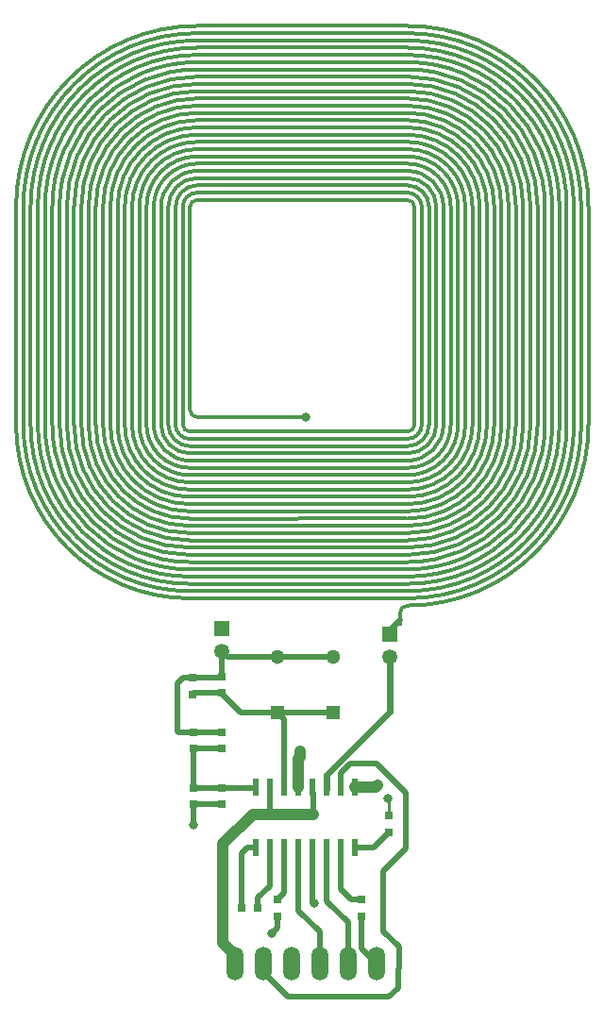
<source format=gtl>
G04 #@! TF.GenerationSoftware,KiCad,Pcbnew,(2017-06-12 revision 19d5cc754)-master*
G04 #@! TF.CreationDate,2018-05-15T00:46:58+02:00*
G04 #@! TF.ProjectId,RFID_BOARD_EM4095,524649445F424F4152445F454D343039,rev?*
G04 #@! TF.FileFunction,Copper,L1,Top,Signal*
G04 #@! TF.FilePolarity,Positive*
%FSLAX46Y46*%
G04 Gerber Fmt 4.6, Leading zero omitted, Abs format (unit mm)*
G04 Created by KiCad (PCBNEW (2017-06-12 revision 19d5cc754)-master) date 2018 May 15, Tuesday 00:46:58*
%MOMM*%
%LPD*%
G01*
G04 APERTURE LIST*
%ADD10C,0.100000*%
%ADD11C,0.300000*%
%ADD12R,0.750000X0.800000*%
%ADD13R,0.300000X1.000000*%
%ADD14R,1.000000X0.300000*%
%ADD15C,1.300000*%
%ADD16R,1.300000X1.300000*%
%ADD17O,1.506220X3.014980*%
%ADD18R,1.350000X1.350000*%
%ADD19C,1.350000*%
%ADD20R,0.800000X0.750000*%
%ADD21R,0.600000X1.500000*%
%ADD22C,1.000000*%
%ADD23C,0.800000*%
%ADD24C,1.000000*%
%ADD25C,0.500000*%
%ADD26C,0.250000*%
%ADD27C,0.600000*%
G04 APERTURE END LIST*
D10*
D11*
X182900000Y-53650000D02*
X182900000Y-73150000D01*
X182250000Y-53650000D02*
X182250000Y-73150000D01*
X181600000Y-53650000D02*
X181600000Y-73150000D01*
X180300000Y-53650000D02*
X180300000Y-73150000D01*
X179000000Y-53650000D02*
X179000000Y-73150000D01*
X178350000Y-53650000D02*
X178350000Y-73150000D01*
X180950000Y-53650000D02*
X180950000Y-73150000D01*
X179650000Y-53650000D02*
X179650000Y-73150000D01*
X176400000Y-53650000D02*
X176400000Y-73150000D01*
X174450000Y-53650000D02*
X174450000Y-73150000D01*
X175100000Y-53650000D02*
X175100000Y-73150000D01*
X175750000Y-53650000D02*
X175750000Y-73150000D01*
X173800000Y-53650000D02*
X173800000Y-73150000D01*
X173150000Y-53650000D02*
X173150000Y-73150000D01*
X177700000Y-53650000D02*
X177700000Y-73150000D01*
X177050000Y-53650000D02*
X177050000Y-73150000D01*
X172500000Y-53650000D02*
X172500000Y-73150000D01*
X169900000Y-53650000D02*
X169900000Y-73150000D01*
X171200000Y-53650000D02*
X171200000Y-73150000D01*
X170550000Y-53650000D02*
X170550000Y-73150000D01*
X168600000Y-53650000D02*
X168600000Y-73150000D01*
X167950000Y-53650000D02*
X167950000Y-73150000D01*
X171850000Y-53650000D02*
X171850000Y-73150000D01*
X169250000Y-53650000D02*
X169250000Y-73150000D01*
X167300000Y-53650000D02*
X167300000Y-73150000D01*
X167300000Y-73150000D02*
G75*
G02X166650000Y-73800000I-650000J0D01*
G01*
X167950000Y-73150000D02*
G75*
G02X166650000Y-74450000I-1300000J0D01*
G01*
X168600000Y-73150000D02*
G75*
G02X166650000Y-75100000I-1950000J0D01*
G01*
X169250000Y-73150000D02*
G75*
G02X166650000Y-75750000I-2600000J0D01*
G01*
X169900000Y-73150000D02*
G75*
G02X166650000Y-76400000I-3250000J0D01*
G01*
X170550000Y-73150000D02*
G75*
G02X166650000Y-77050000I-3900000J0D01*
G01*
X171200000Y-73150000D02*
G75*
G02X166650000Y-77700000I-4550000J0D01*
G01*
X171850000Y-73150000D02*
G75*
G02X166650000Y-78350000I-5200000J0D01*
G01*
X172500000Y-73150000D02*
G75*
G02X166650000Y-79000000I-5850000J0D01*
G01*
X173150000Y-73150000D02*
G75*
G02X166650000Y-79650000I-6500000J0D01*
G01*
X173800000Y-73150000D02*
G75*
G02X166650000Y-80300000I-7150000J0D01*
G01*
X174450000Y-73150000D02*
G75*
G02X166650000Y-80950000I-7800000J0D01*
G01*
X175100000Y-73150000D02*
G75*
G02X166650000Y-81600000I-8450000J0D01*
G01*
X175750000Y-73150000D02*
G75*
G02X166650000Y-82250000I-9100000J0D01*
G01*
X176400000Y-73150000D02*
G75*
G02X166650000Y-82900000I-9750000J0D01*
G01*
X177050000Y-73150000D02*
G75*
G02X166650000Y-83550000I-10400000J0D01*
G01*
X177700000Y-73150000D02*
G75*
G02X166650000Y-84200000I-11050000J0D01*
G01*
X178350000Y-73150000D02*
G75*
G02X166650000Y-84850000I-11700000J0D01*
G01*
X179000000Y-73150000D02*
G75*
G02X166650000Y-85500000I-12350000J0D01*
G01*
X179650000Y-73150000D02*
G75*
G02X166650000Y-86150000I-13000000J0D01*
G01*
X180300000Y-73150000D02*
G75*
G02X166650000Y-86800000I-13650000J0D01*
G01*
X180950000Y-73150000D02*
G75*
G02X166650000Y-87450000I-14300000J0D01*
G01*
X181600000Y-73150000D02*
G75*
G02X166650000Y-88100000I-14950000J0D01*
G01*
X182250000Y-73150000D02*
G75*
G02X166650000Y-88750000I-15600000J0D01*
G01*
X182900000Y-73150000D02*
G75*
G02X166650000Y-89400000I-16250000J0D01*
G01*
X166650000Y-40650000D02*
G75*
G02X179650000Y-53650000I0J-13000000D01*
G01*
X147800000Y-52350000D02*
X166650000Y-52350000D01*
X166650000Y-46500000D02*
G75*
G02X173800000Y-53650000I0J-7150000D01*
G01*
X147800000Y-40000000D02*
X166650000Y-40000000D01*
X166642446Y-38700000D02*
G75*
G02X181592446Y-53650000I0J-14950000D01*
G01*
X147800000Y-41950000D02*
X166650000Y-41950000D01*
X147800000Y-38700000D02*
X166650000Y-38700000D01*
X147800000Y-39350000D02*
X166650000Y-39350000D01*
X147800000Y-50400000D02*
X166650000Y-50400000D01*
X166650000Y-49750000D02*
G75*
G02X170550000Y-53650000I0J-3900000D01*
G01*
X166650000Y-41300000D02*
G75*
G02X179000000Y-53650000I0J-12350000D01*
G01*
X147800000Y-49750000D02*
X166650000Y-49750000D01*
X166650000Y-39350000D02*
G75*
G02X180950000Y-53650000I0J-14300000D01*
G01*
X147800000Y-51050000D02*
X166650000Y-51050000D01*
X166650000Y-47150000D02*
G75*
G02X173150000Y-53650000I0J-6500000D01*
G01*
X166650000Y-51700000D02*
G75*
G02X168600000Y-53650000I0J-1950000D01*
G01*
X166650000Y-50400000D02*
G75*
G02X169900000Y-53650000I0J-3250000D01*
G01*
X147800000Y-45200000D02*
X166650000Y-45200000D01*
X166650000Y-45200000D02*
G75*
G02X175100000Y-53650000I0J-8450000D01*
G01*
X166650000Y-52350000D02*
G75*
G02X167950000Y-53650000I0J-1300000D01*
G01*
X166650000Y-53000000D02*
G75*
G02X167300000Y-53650000I0J-650000D01*
G01*
X147800000Y-51700000D02*
X166650000Y-51700000D01*
X166650000Y-49100000D02*
G75*
G02X171200000Y-53650000I0J-4550000D01*
G01*
X147800000Y-43250000D02*
X166650000Y-43250000D01*
X147800000Y-42600000D02*
X166650000Y-42600000D01*
X166650000Y-47800000D02*
G75*
G02X172500000Y-53650000I0J-5850000D01*
G01*
X166650000Y-48450000D02*
G75*
G02X171850000Y-53650000I0J-5200000D01*
G01*
X147800000Y-38050000D02*
X166650000Y-38050000D01*
X166650000Y-44550000D02*
G75*
G02X175750000Y-53650000I0J-9100000D01*
G01*
X147800000Y-47800000D02*
X166650000Y-47800000D01*
X166650000Y-45850000D02*
G75*
G02X174450000Y-53650000I0J-7800000D01*
G01*
X166650000Y-41950000D02*
G75*
G02X178350000Y-53650000I0J-11700000D01*
G01*
X147800000Y-40650000D02*
X166650000Y-40650000D01*
X166650000Y-40000000D02*
G75*
G02X180300000Y-53650000I0J-13650000D01*
G01*
X147800000Y-43900000D02*
X166650000Y-43900000D01*
X147800000Y-53000000D02*
X166650000Y-53000000D01*
X147800000Y-37400000D02*
X166650000Y-37400000D01*
X147800000Y-47150000D02*
X166650000Y-47150000D01*
X166650000Y-37400000D02*
G75*
G02X182900000Y-53650000I0J-16250000D01*
G01*
X147800000Y-41300000D02*
X166650000Y-41300000D01*
X166650000Y-42600000D02*
G75*
G02X177700000Y-53650000I0J-11050000D01*
G01*
X166650000Y-43900000D02*
G75*
G02X176400000Y-53650000I0J-9750000D01*
G01*
X147800000Y-48450000D02*
X166650000Y-48450000D01*
X166650000Y-51050000D02*
G75*
G02X169250000Y-53650000I0J-2600000D01*
G01*
X147800000Y-46500000D02*
X166650000Y-46500000D01*
X147800000Y-45850000D02*
X166650000Y-45850000D01*
X147800000Y-49100000D02*
X166650000Y-49100000D01*
X166650000Y-43250000D02*
G75*
G02X177050000Y-53650000I0J-10400000D01*
G01*
X147800000Y-44550000D02*
X166650000Y-44550000D01*
X166650000Y-38050000D02*
G75*
G02X182250000Y-53650000I0J-15600000D01*
G01*
X166650000Y-88100000D02*
X147150000Y-88100000D01*
X147150000Y-80300000D02*
G75*
G02X140000000Y-73150000I0J7150000D01*
G01*
X166650000Y-77700000D02*
X147150000Y-77700000D01*
X147150000Y-77700000D02*
G75*
G02X142600000Y-73150000I0J4550000D01*
G01*
X166650000Y-84850000D02*
X147150000Y-84850000D01*
X166650000Y-86150000D02*
X147150000Y-86150000D01*
X166650000Y-85500000D02*
X147150000Y-85500000D01*
X147150000Y-74450000D02*
G75*
G02X145850000Y-73150000I0J1300000D01*
G01*
X166650000Y-79000000D02*
X147150000Y-79000000D01*
X166650000Y-75100000D02*
X147150000Y-75100000D01*
X147150000Y-84200000D02*
G75*
G02X136100000Y-73150000I0J11050000D01*
G01*
X147150000Y-77050000D02*
G75*
G02X143250000Y-73150000I0J3900000D01*
G01*
X166650000Y-73800000D02*
X147150000Y-73800000D01*
X147150000Y-73800000D02*
G75*
G02X146500000Y-73150000I0J650000D01*
G01*
X147150000Y-83550000D02*
G75*
G02X136750000Y-73150000I0J10400000D01*
G01*
X166550000Y-81550000D02*
X147150000Y-81600000D01*
X147150000Y-79000000D02*
G75*
G02X141300000Y-73150000I0J5850000D01*
G01*
X166650000Y-75750000D02*
X147150000Y-75750000D01*
X166650000Y-78350000D02*
X147150000Y-78350000D01*
X166650000Y-76400000D02*
X147150000Y-76400000D01*
X147150000Y-75100000D02*
G75*
G02X145200000Y-73150000I0J1950000D01*
G01*
X166650000Y-84200000D02*
X147150000Y-84200000D01*
X166650000Y-79650000D02*
X147150000Y-79650000D01*
X147150000Y-76400000D02*
G75*
G02X143900000Y-73150000I0J3250000D01*
G01*
X147150000Y-75750000D02*
G75*
G02X144550000Y-73150000I0J2600000D01*
G01*
X166650000Y-86800000D02*
X147150000Y-86800000D01*
X147150000Y-79650000D02*
G75*
G02X140650000Y-73150000I0J6500000D01*
G01*
X166650000Y-83550000D02*
X147150000Y-83550000D01*
X147150000Y-88750000D02*
G75*
G02X131550000Y-73150000I0J15600000D01*
G01*
X147150000Y-78350000D02*
G75*
G02X141950000Y-73150000I0J5200000D01*
G01*
X147150000Y-86800000D02*
G75*
G02X133500000Y-73150000I0J13650000D01*
G01*
X147150000Y-80950000D02*
G75*
G02X139350000Y-73150000I0J7800000D01*
G01*
X166650000Y-82900000D02*
X147150000Y-82900000D01*
X166650000Y-74450000D02*
X147150000Y-74450000D01*
X147150000Y-85500000D02*
G75*
G02X134800000Y-73150000I0J12350000D01*
G01*
X166650000Y-88750000D02*
X147150000Y-88750000D01*
X147150000Y-82250000D02*
G75*
G02X138050000Y-73150000I0J9100000D01*
G01*
X166650000Y-87450000D02*
X147150000Y-87450000D01*
X147150000Y-82900000D02*
G75*
G02X137400000Y-73150000I0J9750000D01*
G01*
X147150000Y-87450000D02*
G75*
G02X132850000Y-73150000I0J14300000D01*
G01*
X166650000Y-77050000D02*
X147150000Y-77050000D01*
X147150000Y-86150000D02*
G75*
G02X134150000Y-73150000I0J13000000D01*
G01*
X166650000Y-80300000D02*
X147150000Y-80300000D01*
X166650000Y-80950000D02*
X147150000Y-80950000D01*
X166650000Y-82250000D02*
X147150000Y-82250000D01*
X147150000Y-88100000D02*
G75*
G02X132200000Y-73150000I0J14950000D01*
G01*
X147150000Y-84850000D02*
G75*
G02X135450000Y-73150000I0J11700000D01*
G01*
X147150000Y-81600000D02*
G75*
G02X138700000Y-73150000I0J8450000D01*
G01*
X134150000Y-73150000D02*
X134150000Y-53650000D01*
X141300000Y-53650000D02*
G75*
G02X147800000Y-47150000I6500000J0D01*
G01*
X137400000Y-73150000D02*
X137400000Y-53650000D01*
X132200000Y-53650000D02*
G75*
G02X147800000Y-38050000I15600000J0D01*
G01*
X142600000Y-53650000D02*
G75*
G02X147800000Y-48450000I5200000J0D01*
G01*
X134150000Y-53650000D02*
G75*
G02X147800000Y-40000000I13650000J0D01*
G01*
X140000000Y-53650000D02*
G75*
G02X147800000Y-45850000I7800000J0D01*
G01*
X138050000Y-73150000D02*
X138050000Y-53650000D01*
X146500000Y-73150000D02*
X146500000Y-53650000D01*
X135450000Y-53650000D02*
G75*
G02X147800000Y-41300000I12350000J0D01*
G01*
X132200000Y-73150000D02*
X132200000Y-53650000D01*
X138700000Y-53650000D02*
G75*
G02X147800000Y-44550000I9100000J0D01*
G01*
X133500000Y-73150000D02*
X133500000Y-53650000D01*
X138050000Y-53650000D02*
G75*
G02X147800000Y-43900000I9750000J0D01*
G01*
X133500000Y-53650000D02*
G75*
G02X147800000Y-39350000I14300000J0D01*
G01*
X143900000Y-73150000D02*
X143900000Y-53650000D01*
X134800000Y-53650000D02*
G75*
G02X147800000Y-40650000I13000000J0D01*
G01*
X140650000Y-73150000D02*
X140650000Y-53650000D01*
X140000000Y-73150000D02*
X140000000Y-53650000D01*
X132850000Y-73150000D02*
X132850000Y-53650000D01*
X140650000Y-53650000D02*
G75*
G02X147800000Y-46500000I7150000J0D01*
G01*
X145200000Y-73150000D02*
X145200000Y-53650000D01*
X142600000Y-73150000D02*
X142600000Y-53650000D01*
X131550000Y-73150000D02*
X131550000Y-53650000D01*
X144550000Y-73150000D02*
X144550000Y-53650000D01*
X145850000Y-53650000D02*
G75*
G02X147800000Y-51700000I1950000J0D01*
G01*
X136750000Y-73150000D02*
X136750000Y-53650000D01*
X141300000Y-73150000D02*
X141300000Y-53650000D01*
X144550000Y-53650000D02*
G75*
G02X147800000Y-50400000I3250000J0D01*
G01*
X145200000Y-53650000D02*
G75*
G02X147800000Y-51050000I2600000J0D01*
G01*
X145850000Y-73150000D02*
X145850000Y-53650000D01*
X136750000Y-53650000D02*
G75*
G02X147800000Y-42600000I11050000J0D01*
G01*
X143900000Y-53650000D02*
G75*
G02X147800000Y-49750000I3900000J0D01*
G01*
X147150000Y-71850000D02*
X147150000Y-53650000D01*
X147150000Y-53650000D02*
G75*
G02X147800000Y-53000000I650000J0D01*
G01*
X137400000Y-53650000D02*
G75*
G02X147800000Y-43250000I10400000J0D01*
G01*
X139350000Y-73150000D02*
X139350000Y-53650000D01*
X141950000Y-53650000D02*
G75*
G02X147800000Y-47800000I5850000J0D01*
G01*
X143250000Y-73150000D02*
X143250000Y-53650000D01*
X143250000Y-53650000D02*
G75*
G02X147800000Y-49100000I4550000J0D01*
G01*
X136100000Y-73150000D02*
X136100000Y-53650000D01*
X131550000Y-53650000D02*
G75*
G02X147800000Y-37400000I16250000J0D01*
G01*
X134800000Y-73150000D02*
X134800000Y-53650000D01*
X135450000Y-73150000D02*
X135450000Y-53650000D01*
X146500000Y-53650000D02*
G75*
G02X147800000Y-52350000I1300000J0D01*
G01*
X141950000Y-73150000D02*
X141950000Y-53650000D01*
X138700000Y-73150000D02*
X138700000Y-53650000D01*
X132850000Y-53650000D02*
G75*
G02X147800000Y-38700000I14950000J0D01*
G01*
X136100000Y-53650000D02*
G75*
G02X147800000Y-41950000I11700000J0D01*
G01*
X139350000Y-53650000D02*
G75*
G02X147800000Y-45200000I8450000J0D01*
G01*
X147800000Y-72500000D02*
G75*
G02X147150000Y-71850000I0J650000D01*
G01*
X166000000Y-90050000D02*
G75*
G02X166650000Y-89400000I650000J0D01*
G01*
X166000000Y-90050000D02*
X166000000Y-90700000D01*
X156900000Y-72500000D02*
X147800000Y-72500000D01*
D12*
X147400000Y-97350000D03*
X147400000Y-95850000D03*
D13*
X166000000Y-90700000D03*
D14*
X156900000Y-72500000D03*
D12*
X147500000Y-105750000D03*
X147500000Y-107250000D03*
X165000000Y-108250000D03*
X165000000Y-109750000D03*
X162500000Y-115750000D03*
X162500000Y-117250000D03*
X155000000Y-117250000D03*
X155000000Y-115750000D03*
D15*
X155000000Y-94000000D03*
D16*
X155000000Y-99000000D03*
D17*
X151150000Y-121500000D03*
X153690000Y-121500000D03*
X156230000Y-121500000D03*
X158770000Y-121500000D03*
X161310000Y-121500000D03*
X163850000Y-121500000D03*
D12*
X150000000Y-95750000D03*
X150000000Y-97250000D03*
D16*
X160000000Y-99000000D03*
D15*
X160000000Y-94000000D03*
D18*
X150000000Y-91500000D03*
D19*
X150000000Y-93500000D03*
X165050000Y-94000000D03*
D18*
X165050000Y-92000000D03*
D20*
X153250000Y-116500000D03*
X151750000Y-116500000D03*
D12*
X150000000Y-105750000D03*
X150000000Y-107250000D03*
X150000000Y-102250000D03*
X150000000Y-100750000D03*
X147500000Y-102250000D03*
X147500000Y-100750000D03*
D21*
X161945000Y-105700000D03*
X160675000Y-105700000D03*
X159405000Y-105700000D03*
X158135000Y-105700000D03*
X156865000Y-105700000D03*
X155595000Y-105700000D03*
X154325000Y-105700000D03*
X153055000Y-105700000D03*
X153055000Y-111100000D03*
X154325000Y-111100000D03*
X155595000Y-111100000D03*
X156865000Y-111100000D03*
X158135000Y-111100000D03*
X159405000Y-111100000D03*
X160675000Y-111100000D03*
X161945000Y-111100000D03*
D22*
X157000000Y-102500000D03*
X164000000Y-105500000D03*
D23*
X147500000Y-109100000D03*
X164900000Y-106700000D03*
X154500000Y-118800000D03*
X157500000Y-72500000D03*
X158300000Y-116100000D03*
D24*
X156865000Y-103135000D02*
X157000000Y-103000000D01*
X157000000Y-103000000D02*
X157000000Y-102500000D01*
X156865000Y-105700000D02*
X156865000Y-103135000D01*
X161945000Y-105700000D02*
X163800000Y-105700000D01*
X163800000Y-105700000D02*
X164000000Y-105500000D01*
D25*
X147500000Y-107250000D02*
X147500000Y-109100000D01*
D26*
X165000000Y-108250000D02*
X165000000Y-106800000D01*
X165000000Y-106800000D02*
X164900000Y-106700000D01*
X156865000Y-103335000D02*
X156900000Y-103300000D01*
D25*
X155000000Y-117250000D02*
X155000000Y-118300000D01*
X155000000Y-118300000D02*
X154500000Y-118800000D01*
X163850000Y-121500000D02*
X162500000Y-120150000D01*
X162500000Y-120150000D02*
X162500000Y-117250000D01*
X147500000Y-107250000D02*
X150000000Y-107250000D01*
D24*
X152800000Y-108100000D02*
X154100000Y-108100000D01*
X154100000Y-108100000D02*
X158200000Y-108100000D01*
D25*
X154325000Y-105700000D02*
X154325000Y-107875000D01*
X154325000Y-107875000D02*
X154100000Y-108100000D01*
X158135000Y-105700000D02*
X158135000Y-106150000D01*
X158135000Y-106150000D02*
X158200000Y-106215000D01*
X158200000Y-106215000D02*
X158200000Y-108100000D01*
D24*
X150100000Y-110800000D02*
X152800000Y-108100000D01*
X150100000Y-119695620D02*
X150100000Y-110800000D01*
X151150000Y-121500000D02*
X151150000Y-120745620D01*
X151150000Y-120745620D02*
X150100000Y-119695620D01*
D26*
X156900000Y-72500000D02*
X157500000Y-72500000D01*
D25*
X153055000Y-111100000D02*
X152255000Y-111100000D01*
X152255000Y-111100000D02*
X151750000Y-111605000D01*
X151750000Y-111605000D02*
X151750000Y-115625000D01*
X151750000Y-115625000D02*
X151750000Y-116500000D01*
X165050000Y-92000000D02*
X165050000Y-91650000D01*
X165050000Y-91650000D02*
X166000000Y-90700000D01*
X153250000Y-116500000D02*
X153250000Y-115625000D01*
X153250000Y-115625000D02*
X154325000Y-114550000D01*
X154325000Y-114550000D02*
X154325000Y-112350000D01*
X154325000Y-112350000D02*
X154325000Y-111100000D01*
X150000000Y-105750000D02*
X153005000Y-105750000D01*
X153005000Y-105750000D02*
X153055000Y-105700000D01*
X147500000Y-105750000D02*
X150000000Y-105750000D01*
X147500000Y-102250000D02*
X147500000Y-105750000D01*
X147500000Y-102250000D02*
X150000000Y-102250000D01*
X147500000Y-100750000D02*
X150000000Y-100750000D01*
X146000000Y-100600000D02*
X146150000Y-100750000D01*
X146150000Y-100750000D02*
X147500000Y-100750000D01*
X146000000Y-96375000D02*
X146000000Y-100600000D01*
X147400000Y-95850000D02*
X146525000Y-95850000D01*
X146525000Y-95850000D02*
X146000000Y-96375000D01*
X147400000Y-95850000D02*
X149900000Y-95850000D01*
X149900000Y-95850000D02*
X150000000Y-95750000D01*
X155000000Y-94000000D02*
X150500000Y-94000000D01*
X150500000Y-94000000D02*
X150000000Y-93500000D01*
X160000000Y-94000000D02*
X155000000Y-94000000D01*
X150000000Y-95750000D02*
X150000000Y-93500000D01*
X161945000Y-111100000D02*
X163650000Y-111100000D01*
X163650000Y-111100000D02*
X165000000Y-109750000D01*
X160675000Y-111100000D02*
X160675000Y-114800000D01*
X160675000Y-114800000D02*
X161625000Y-115750000D01*
X161625000Y-115750000D02*
X162500000Y-115750000D01*
X155000000Y-115750000D02*
X155595000Y-115155000D01*
X155595000Y-115155000D02*
X155595000Y-111100000D01*
X165000000Y-124500000D02*
X155935620Y-124500000D01*
X155935620Y-124500000D02*
X153690000Y-122254380D01*
X153690000Y-122254380D02*
X153690000Y-121500000D01*
X165800000Y-123700000D02*
X165000000Y-124500000D01*
X165800000Y-122005848D02*
X165800000Y-123700000D01*
X165900000Y-120000000D02*
X165900000Y-121905848D01*
X165900000Y-121905848D02*
X165800000Y-122005848D01*
X164500000Y-118600000D02*
X165900000Y-120000000D01*
X164500000Y-113200000D02*
X164500000Y-118600000D01*
X166500000Y-111200000D02*
X164500000Y-113200000D01*
X166500000Y-106200000D02*
X166500000Y-111200000D01*
X163900000Y-103600000D02*
X166500000Y-106200000D01*
X161525000Y-103600000D02*
X163900000Y-103600000D01*
X160675000Y-105700000D02*
X160675000Y-104450000D01*
X160675000Y-104450000D02*
X161525000Y-103600000D01*
X158135000Y-111100000D02*
X158135000Y-115935000D01*
X158135000Y-115935000D02*
X158300000Y-116100000D01*
X156865000Y-116765000D02*
X158770000Y-118670000D01*
X158770000Y-118670000D02*
X158770000Y-121500000D01*
X156865000Y-111100000D02*
X156865000Y-116765000D01*
X159405000Y-115905000D02*
X161310000Y-117810000D01*
X161310000Y-117810000D02*
X161310000Y-121500000D01*
X159405000Y-111100000D02*
X159405000Y-115905000D01*
D27*
X159405000Y-104595000D02*
X165050000Y-98950000D01*
X165050000Y-98950000D02*
X165050000Y-94000000D01*
X159405000Y-105825000D02*
X159405000Y-104595000D01*
D25*
X150000000Y-97250000D02*
X147500000Y-97250000D01*
X147500000Y-97250000D02*
X147400000Y-97350000D01*
X155000000Y-99000000D02*
X151725000Y-99000000D01*
X150000000Y-97275000D02*
X150000000Y-97250000D01*
X151725000Y-99000000D02*
X150000000Y-97275000D01*
X160000000Y-99000000D02*
X155000000Y-99000000D01*
X155595000Y-105700000D02*
X155595000Y-99595000D01*
X155595000Y-99595000D02*
X155000000Y-99000000D01*
M02*

</source>
